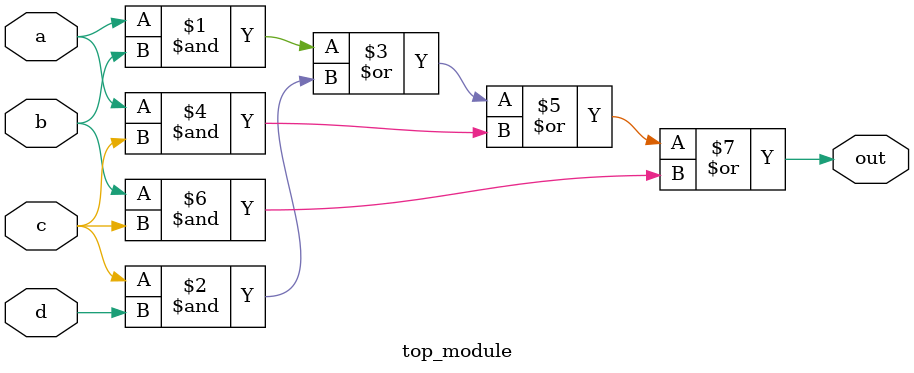
<source format=v>



module top_module(
    input a,
    input b,
    input c,
    input d,
    output out  ); 

    assign out = (a&b) | (c&d) | (a&c) | (b&c);

endmodule
</source>
